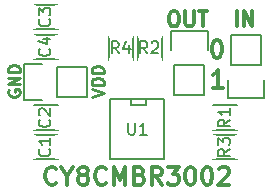
<source format=gto>
%TF.GenerationSoftware,KiCad,Pcbnew,4.0.4+e1-6308~48~ubuntu16.04.1-stable*%
%TF.CreationDate,2016-10-26T09:25:12-07:00*%
%TF.ProjectId,cy8cmbr3002,637938636D6272333030322E6B696361,rev?*%
%TF.FileFunction,Legend,Top*%
%FSLAX46Y46*%
G04 Gerber Fmt 4.6, Leading zero omitted, Abs format (unit mm)*
G04 Created by KiCad (PCBNEW 4.0.4+e1-6308~48~ubuntu16.04.1-stable) date Wed Oct 26 09:25:12 2016*
%MOMM*%
%LPD*%
G01*
G04 APERTURE LIST*
%ADD10C,0.100000*%
%ADD11C,0.300000*%
%ADD12C,0.312500*%
%ADD13C,0.250000*%
%ADD14C,0.150000*%
%ADD15R,2.400000X2.000000*%
%ADD16R,1.543000X0.908000*%
%ADD17R,2.432000X2.432000*%
%ADD18O,2.432000X2.432000*%
%ADD19R,2.000000X2.400000*%
G04 APERTURE END LIST*
D10*
D11*
X183142859Y-84535714D02*
X183071430Y-84607143D01*
X182857144Y-84678571D01*
X182714287Y-84678571D01*
X182500002Y-84607143D01*
X182357144Y-84464286D01*
X182285716Y-84321429D01*
X182214287Y-84035714D01*
X182214287Y-83821429D01*
X182285716Y-83535714D01*
X182357144Y-83392857D01*
X182500002Y-83250000D01*
X182714287Y-83178571D01*
X182857144Y-83178571D01*
X183071430Y-83250000D01*
X183142859Y-83321429D01*
X184071430Y-83964286D02*
X184071430Y-84678571D01*
X183571430Y-83178571D02*
X184071430Y-83964286D01*
X184571430Y-83178571D01*
X185285716Y-83821429D02*
X185142858Y-83750000D01*
X185071430Y-83678571D01*
X185000001Y-83535714D01*
X185000001Y-83464286D01*
X185071430Y-83321429D01*
X185142858Y-83250000D01*
X185285716Y-83178571D01*
X185571430Y-83178571D01*
X185714287Y-83250000D01*
X185785716Y-83321429D01*
X185857144Y-83464286D01*
X185857144Y-83535714D01*
X185785716Y-83678571D01*
X185714287Y-83750000D01*
X185571430Y-83821429D01*
X185285716Y-83821429D01*
X185142858Y-83892857D01*
X185071430Y-83964286D01*
X185000001Y-84107143D01*
X185000001Y-84392857D01*
X185071430Y-84535714D01*
X185142858Y-84607143D01*
X185285716Y-84678571D01*
X185571430Y-84678571D01*
X185714287Y-84607143D01*
X185785716Y-84535714D01*
X185857144Y-84392857D01*
X185857144Y-84107143D01*
X185785716Y-83964286D01*
X185714287Y-83892857D01*
X185571430Y-83821429D01*
X187357144Y-84535714D02*
X187285715Y-84607143D01*
X187071429Y-84678571D01*
X186928572Y-84678571D01*
X186714287Y-84607143D01*
X186571429Y-84464286D01*
X186500001Y-84321429D01*
X186428572Y-84035714D01*
X186428572Y-83821429D01*
X186500001Y-83535714D01*
X186571429Y-83392857D01*
X186714287Y-83250000D01*
X186928572Y-83178571D01*
X187071429Y-83178571D01*
X187285715Y-83250000D01*
X187357144Y-83321429D01*
X188000001Y-84678571D02*
X188000001Y-83178571D01*
X188500001Y-84250000D01*
X189000001Y-83178571D01*
X189000001Y-84678571D01*
X190214287Y-83892857D02*
X190428573Y-83964286D01*
X190500001Y-84035714D01*
X190571430Y-84178571D01*
X190571430Y-84392857D01*
X190500001Y-84535714D01*
X190428573Y-84607143D01*
X190285715Y-84678571D01*
X189714287Y-84678571D01*
X189714287Y-83178571D01*
X190214287Y-83178571D01*
X190357144Y-83250000D01*
X190428573Y-83321429D01*
X190500001Y-83464286D01*
X190500001Y-83607143D01*
X190428573Y-83750000D01*
X190357144Y-83821429D01*
X190214287Y-83892857D01*
X189714287Y-83892857D01*
X192071430Y-84678571D02*
X191571430Y-83964286D01*
X191214287Y-84678571D02*
X191214287Y-83178571D01*
X191785715Y-83178571D01*
X191928573Y-83250000D01*
X192000001Y-83321429D01*
X192071430Y-83464286D01*
X192071430Y-83678571D01*
X192000001Y-83821429D01*
X191928573Y-83892857D01*
X191785715Y-83964286D01*
X191214287Y-83964286D01*
X192571430Y-83178571D02*
X193500001Y-83178571D01*
X193000001Y-83750000D01*
X193214287Y-83750000D01*
X193357144Y-83821429D01*
X193428573Y-83892857D01*
X193500001Y-84035714D01*
X193500001Y-84392857D01*
X193428573Y-84535714D01*
X193357144Y-84607143D01*
X193214287Y-84678571D01*
X192785715Y-84678571D01*
X192642858Y-84607143D01*
X192571430Y-84535714D01*
X194428572Y-83178571D02*
X194571429Y-83178571D01*
X194714286Y-83250000D01*
X194785715Y-83321429D01*
X194857144Y-83464286D01*
X194928572Y-83750000D01*
X194928572Y-84107143D01*
X194857144Y-84392857D01*
X194785715Y-84535714D01*
X194714286Y-84607143D01*
X194571429Y-84678571D01*
X194428572Y-84678571D01*
X194285715Y-84607143D01*
X194214286Y-84535714D01*
X194142858Y-84392857D01*
X194071429Y-84107143D01*
X194071429Y-83750000D01*
X194142858Y-83464286D01*
X194214286Y-83321429D01*
X194285715Y-83250000D01*
X194428572Y-83178571D01*
X195857143Y-83178571D02*
X196000000Y-83178571D01*
X196142857Y-83250000D01*
X196214286Y-83321429D01*
X196285715Y-83464286D01*
X196357143Y-83750000D01*
X196357143Y-84107143D01*
X196285715Y-84392857D01*
X196214286Y-84535714D01*
X196142857Y-84607143D01*
X196000000Y-84678571D01*
X195857143Y-84678571D01*
X195714286Y-84607143D01*
X195642857Y-84535714D01*
X195571429Y-84392857D01*
X195500000Y-84107143D01*
X195500000Y-83750000D01*
X195571429Y-83464286D01*
X195642857Y-83321429D01*
X195714286Y-83250000D01*
X195857143Y-83178571D01*
X196928571Y-83321429D02*
X197000000Y-83250000D01*
X197142857Y-83178571D01*
X197500000Y-83178571D01*
X197642857Y-83250000D01*
X197714286Y-83321429D01*
X197785714Y-83464286D01*
X197785714Y-83607143D01*
X197714286Y-83821429D01*
X196857143Y-84678571D01*
X197785714Y-84678571D01*
D12*
X198445238Y-71265476D02*
X198445238Y-70015476D01*
X199040476Y-71265476D02*
X199040476Y-70015476D01*
X199754762Y-71265476D01*
X199754762Y-70015476D01*
D13*
X186152381Y-77233333D02*
X187152381Y-76900000D01*
X186152381Y-76566666D01*
X187152381Y-76233333D02*
X186152381Y-76233333D01*
X186152381Y-75995238D01*
X186200000Y-75852380D01*
X186295238Y-75757142D01*
X186390476Y-75709523D01*
X186580952Y-75661904D01*
X186723810Y-75661904D01*
X186914286Y-75709523D01*
X187009524Y-75757142D01*
X187104762Y-75852380D01*
X187152381Y-75995238D01*
X187152381Y-76233333D01*
X187152381Y-75233333D02*
X186152381Y-75233333D01*
X186152381Y-74995238D01*
X186200000Y-74852380D01*
X186295238Y-74757142D01*
X186390476Y-74709523D01*
X186580952Y-74661904D01*
X186723810Y-74661904D01*
X186914286Y-74709523D01*
X187009524Y-74757142D01*
X187104762Y-74852380D01*
X187152381Y-74995238D01*
X187152381Y-75233333D01*
D12*
X193000000Y-70015476D02*
X193238096Y-70015476D01*
X193357143Y-70075000D01*
X193476191Y-70194048D01*
X193535715Y-70432143D01*
X193535715Y-70848810D01*
X193476191Y-71086905D01*
X193357143Y-71205952D01*
X193238096Y-71265476D01*
X193000000Y-71265476D01*
X192880953Y-71205952D01*
X192761905Y-71086905D01*
X192702381Y-70848810D01*
X192702381Y-70432143D01*
X192761905Y-70194048D01*
X192880953Y-70075000D01*
X193000000Y-70015476D01*
X194071429Y-70015476D02*
X194071429Y-71027381D01*
X194130953Y-71146429D01*
X194190477Y-71205952D01*
X194309524Y-71265476D01*
X194547620Y-71265476D01*
X194666667Y-71205952D01*
X194726191Y-71146429D01*
X194785715Y-71027381D01*
X194785715Y-70015476D01*
X195202382Y-70015476D02*
X195916667Y-70015476D01*
X195559524Y-71265476D02*
X195559524Y-70015476D01*
D13*
X179100000Y-76661904D02*
X179052381Y-76757142D01*
X179052381Y-76899999D01*
X179100000Y-77042857D01*
X179195238Y-77138095D01*
X179290476Y-77185714D01*
X179480952Y-77233333D01*
X179623810Y-77233333D01*
X179814286Y-77185714D01*
X179909524Y-77138095D01*
X180004762Y-77042857D01*
X180052381Y-76899999D01*
X180052381Y-76804761D01*
X180004762Y-76661904D01*
X179957143Y-76614285D01*
X179623810Y-76614285D01*
X179623810Y-76804761D01*
X180052381Y-76185714D02*
X179052381Y-76185714D01*
X180052381Y-75614285D01*
X179052381Y-75614285D01*
X180052381Y-75138095D02*
X179052381Y-75138095D01*
X179052381Y-74900000D01*
X179100000Y-74757142D01*
X179195238Y-74661904D01*
X179290476Y-74614285D01*
X179480952Y-74566666D01*
X179623810Y-74566666D01*
X179814286Y-74614285D01*
X179909524Y-74661904D01*
X180004762Y-74757142D01*
X180052381Y-74900000D01*
X180052381Y-75138095D01*
D11*
X197228572Y-76478571D02*
X196371429Y-76478571D01*
X196800001Y-76478571D02*
X196800001Y-74978571D01*
X196657144Y-75192857D01*
X196514286Y-75335714D01*
X196371429Y-75407143D01*
X196678572Y-72428571D02*
X196821429Y-72428571D01*
X196964286Y-72500000D01*
X197035715Y-72571429D01*
X197107144Y-72714286D01*
X197178572Y-73000000D01*
X197178572Y-73357143D01*
X197107144Y-73642857D01*
X197035715Y-73785714D01*
X196964286Y-73857143D01*
X196821429Y-73928571D01*
X196678572Y-73928571D01*
X196535715Y-73857143D01*
X196464286Y-73785714D01*
X196392858Y-73642857D01*
X196321429Y-73357143D01*
X196321429Y-73000000D01*
X196392858Y-72714286D01*
X196464286Y-72571429D01*
X196535715Y-72500000D01*
X196678572Y-72428571D01*
D14*
X181250000Y-80025000D02*
X183250000Y-80025000D01*
X183250000Y-77975000D02*
X181250000Y-77975000D01*
X192286000Y-77460000D02*
X192286000Y-82540000D01*
X192286000Y-82540000D02*
X187714000Y-82540000D01*
X187714000Y-82540000D02*
X187714000Y-77460000D01*
X187714000Y-77460000D02*
X192286000Y-77460000D01*
X190762000Y-77460000D02*
X190762000Y-77968000D01*
X190762000Y-77968000D02*
X189492000Y-77968000D01*
X189492000Y-77968000D02*
X189492000Y-77460000D01*
X181250000Y-82525000D02*
X183250000Y-82525000D01*
X183250000Y-80475000D02*
X181250000Y-80475000D01*
X181250000Y-71525000D02*
X183250000Y-71525000D01*
X183250000Y-69475000D02*
X181250000Y-69475000D01*
X181250000Y-74025000D02*
X183250000Y-74025000D01*
X183250000Y-71975000D02*
X181250000Y-71975000D01*
X183220000Y-74730000D02*
X185760000Y-74730000D01*
X180400000Y-74450000D02*
X181950000Y-74450000D01*
X183220000Y-74730000D02*
X183220000Y-77270000D01*
X181950000Y-77550000D02*
X180400000Y-77550000D01*
X180400000Y-77550000D02*
X180400000Y-74450000D01*
X183220000Y-77270000D02*
X185760000Y-77270000D01*
X185760000Y-77270000D02*
X185760000Y-74730000D01*
X197930000Y-74530000D02*
X197930000Y-71990000D01*
X197650000Y-77350000D02*
X197650000Y-75800000D01*
X197930000Y-74530000D02*
X200470000Y-74530000D01*
X200750000Y-75800000D02*
X200750000Y-77350000D01*
X200750000Y-77350000D02*
X197650000Y-77350000D01*
X200470000Y-74530000D02*
X200470000Y-71990000D01*
X200470000Y-71990000D02*
X197930000Y-71990000D01*
X195670000Y-74530000D02*
X195670000Y-77070000D01*
X195950000Y-71710000D02*
X195950000Y-73260000D01*
X195670000Y-74530000D02*
X193130000Y-74530000D01*
X192850000Y-73260000D02*
X192850000Y-71710000D01*
X192850000Y-71710000D02*
X195950000Y-71710000D01*
X193130000Y-74530000D02*
X193130000Y-77070000D01*
X193130000Y-77070000D02*
X195670000Y-77070000D01*
X196450000Y-80025000D02*
X198450000Y-80025000D01*
X198450000Y-77975000D02*
X196450000Y-77975000D01*
X190025000Y-72100000D02*
X190025000Y-74100000D01*
X192075000Y-74100000D02*
X192075000Y-72100000D01*
X198450000Y-80475000D02*
X196450000Y-80475000D01*
X196450000Y-82525000D02*
X198450000Y-82525000D01*
X189675000Y-74100000D02*
X189675000Y-72100000D01*
X187625000Y-72100000D02*
X187625000Y-74100000D01*
X182557143Y-79166666D02*
X182604762Y-79214285D01*
X182652381Y-79357142D01*
X182652381Y-79452380D01*
X182604762Y-79595238D01*
X182509524Y-79690476D01*
X182414286Y-79738095D01*
X182223810Y-79785714D01*
X182080952Y-79785714D01*
X181890476Y-79738095D01*
X181795238Y-79690476D01*
X181700000Y-79595238D01*
X181652381Y-79452380D01*
X181652381Y-79357142D01*
X181700000Y-79214285D01*
X181747619Y-79166666D01*
X181747619Y-78785714D02*
X181700000Y-78738095D01*
X181652381Y-78642857D01*
X181652381Y-78404761D01*
X181700000Y-78309523D01*
X181747619Y-78261904D01*
X181842857Y-78214285D01*
X181938095Y-78214285D01*
X182080952Y-78261904D01*
X182652381Y-78833333D01*
X182652381Y-78214285D01*
X189238095Y-79452381D02*
X189238095Y-80261905D01*
X189285714Y-80357143D01*
X189333333Y-80404762D01*
X189428571Y-80452381D01*
X189619048Y-80452381D01*
X189714286Y-80404762D01*
X189761905Y-80357143D01*
X189809524Y-80261905D01*
X189809524Y-79452381D01*
X190809524Y-80452381D02*
X190238095Y-80452381D01*
X190523809Y-80452381D02*
X190523809Y-79452381D01*
X190428571Y-79595238D01*
X190333333Y-79690476D01*
X190238095Y-79738095D01*
X182557143Y-81666666D02*
X182604762Y-81714285D01*
X182652381Y-81857142D01*
X182652381Y-81952380D01*
X182604762Y-82095238D01*
X182509524Y-82190476D01*
X182414286Y-82238095D01*
X182223810Y-82285714D01*
X182080952Y-82285714D01*
X181890476Y-82238095D01*
X181795238Y-82190476D01*
X181700000Y-82095238D01*
X181652381Y-81952380D01*
X181652381Y-81857142D01*
X181700000Y-81714285D01*
X181747619Y-81666666D01*
X182652381Y-80714285D02*
X182652381Y-81285714D01*
X182652381Y-81000000D02*
X181652381Y-81000000D01*
X181795238Y-81095238D01*
X181890476Y-81190476D01*
X181938095Y-81285714D01*
X182557143Y-70666666D02*
X182604762Y-70714285D01*
X182652381Y-70857142D01*
X182652381Y-70952380D01*
X182604762Y-71095238D01*
X182509524Y-71190476D01*
X182414286Y-71238095D01*
X182223810Y-71285714D01*
X182080952Y-71285714D01*
X181890476Y-71238095D01*
X181795238Y-71190476D01*
X181700000Y-71095238D01*
X181652381Y-70952380D01*
X181652381Y-70857142D01*
X181700000Y-70714285D01*
X181747619Y-70666666D01*
X181652381Y-70333333D02*
X181652381Y-69714285D01*
X182033333Y-70047619D01*
X182033333Y-69904761D01*
X182080952Y-69809523D01*
X182128571Y-69761904D01*
X182223810Y-69714285D01*
X182461905Y-69714285D01*
X182557143Y-69761904D01*
X182604762Y-69809523D01*
X182652381Y-69904761D01*
X182652381Y-70190476D01*
X182604762Y-70285714D01*
X182557143Y-70333333D01*
X182557143Y-73166666D02*
X182604762Y-73214285D01*
X182652381Y-73357142D01*
X182652381Y-73452380D01*
X182604762Y-73595238D01*
X182509524Y-73690476D01*
X182414286Y-73738095D01*
X182223810Y-73785714D01*
X182080952Y-73785714D01*
X181890476Y-73738095D01*
X181795238Y-73690476D01*
X181700000Y-73595238D01*
X181652381Y-73452380D01*
X181652381Y-73357142D01*
X181700000Y-73214285D01*
X181747619Y-73166666D01*
X181985714Y-72309523D02*
X182652381Y-72309523D01*
X181604762Y-72547619D02*
X182319048Y-72785714D01*
X182319048Y-72166666D01*
X197852381Y-79166666D02*
X197376190Y-79500000D01*
X197852381Y-79738095D02*
X196852381Y-79738095D01*
X196852381Y-79357142D01*
X196900000Y-79261904D01*
X196947619Y-79214285D01*
X197042857Y-79166666D01*
X197185714Y-79166666D01*
X197280952Y-79214285D01*
X197328571Y-79261904D01*
X197376190Y-79357142D01*
X197376190Y-79738095D01*
X197852381Y-78214285D02*
X197852381Y-78785714D01*
X197852381Y-78500000D02*
X196852381Y-78500000D01*
X196995238Y-78595238D01*
X197090476Y-78690476D01*
X197138095Y-78785714D01*
X190833334Y-73552381D02*
X190500000Y-73076190D01*
X190261905Y-73552381D02*
X190261905Y-72552381D01*
X190642858Y-72552381D01*
X190738096Y-72600000D01*
X190785715Y-72647619D01*
X190833334Y-72742857D01*
X190833334Y-72885714D01*
X190785715Y-72980952D01*
X190738096Y-73028571D01*
X190642858Y-73076190D01*
X190261905Y-73076190D01*
X191214286Y-72647619D02*
X191261905Y-72600000D01*
X191357143Y-72552381D01*
X191595239Y-72552381D01*
X191690477Y-72600000D01*
X191738096Y-72647619D01*
X191785715Y-72742857D01*
X191785715Y-72838095D01*
X191738096Y-72980952D01*
X191166667Y-73552381D01*
X191785715Y-73552381D01*
X197852381Y-81666666D02*
X197376190Y-82000000D01*
X197852381Y-82238095D02*
X196852381Y-82238095D01*
X196852381Y-81857142D01*
X196900000Y-81761904D01*
X196947619Y-81714285D01*
X197042857Y-81666666D01*
X197185714Y-81666666D01*
X197280952Y-81714285D01*
X197328571Y-81761904D01*
X197376190Y-81857142D01*
X197376190Y-82238095D01*
X196852381Y-81333333D02*
X196852381Y-80714285D01*
X197233333Y-81047619D01*
X197233333Y-80904761D01*
X197280952Y-80809523D01*
X197328571Y-80761904D01*
X197423810Y-80714285D01*
X197661905Y-80714285D01*
X197757143Y-80761904D01*
X197804762Y-80809523D01*
X197852381Y-80904761D01*
X197852381Y-81190476D01*
X197804762Y-81285714D01*
X197757143Y-81333333D01*
X188433334Y-73552381D02*
X188100000Y-73076190D01*
X187861905Y-73552381D02*
X187861905Y-72552381D01*
X188242858Y-72552381D01*
X188338096Y-72600000D01*
X188385715Y-72647619D01*
X188433334Y-72742857D01*
X188433334Y-72885714D01*
X188385715Y-72980952D01*
X188338096Y-73028571D01*
X188242858Y-73076190D01*
X187861905Y-73076190D01*
X189290477Y-72885714D02*
X189290477Y-73552381D01*
X189052381Y-72504762D02*
X188814286Y-73219048D01*
X189433334Y-73219048D01*
%LPC*%
D15*
X184250000Y-79000000D03*
X180250000Y-79000000D03*
D16*
X193175000Y-78095000D03*
X193175000Y-79365000D03*
X193175000Y-80635000D03*
X193175000Y-81905000D03*
X186825000Y-81905000D03*
X186825000Y-80635000D03*
X186825000Y-79365000D03*
X186825000Y-78095000D03*
D15*
X184250000Y-81500000D03*
X180250000Y-81500000D03*
X184250000Y-70500000D03*
X180250000Y-70500000D03*
X184250000Y-73000000D03*
X180250000Y-73000000D03*
D17*
X181950000Y-76000000D03*
D18*
X184490000Y-76000000D03*
D17*
X199200000Y-75800000D03*
D18*
X199200000Y-73260000D03*
D17*
X194400000Y-73260000D03*
D18*
X194400000Y-75800000D03*
D15*
X199450000Y-79000000D03*
X195450000Y-79000000D03*
D19*
X191050000Y-75100000D03*
X191050000Y-71100000D03*
D15*
X195450000Y-81500000D03*
X199450000Y-81500000D03*
D19*
X188650000Y-71100000D03*
X188650000Y-75100000D03*
M02*

</source>
